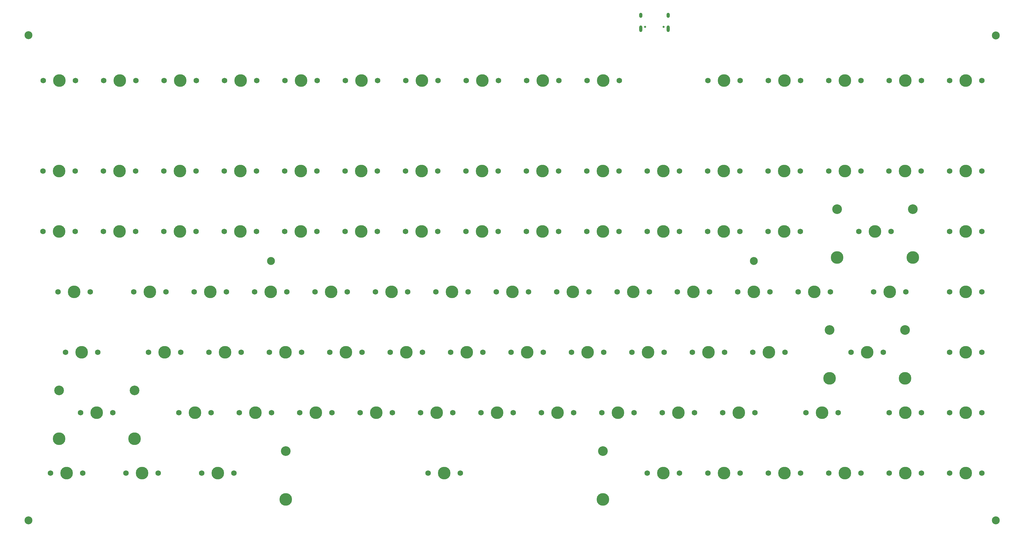
<source format=gts>
G04 #@! TF.GenerationSoftware,KiCad,Pcbnew,(5.1.9-0-10_14)*
G04 #@! TF.CreationDate,2021-05-12T14:40:02+09:00*
G04 #@! TF.ProjectId,JupiterAdvanced,4a757069-7465-4724-9164-76616e636564,1*
G04 #@! TF.SameCoordinates,Original*
G04 #@! TF.FileFunction,Soldermask,Top*
G04 #@! TF.FilePolarity,Negative*
%FSLAX46Y46*%
G04 Gerber Fmt 4.6, Leading zero omitted, Abs format (unit mm)*
G04 Created by KiCad (PCBNEW (5.1.9-0-10_14)) date 2021-05-12 14:40:02*
%MOMM*%
%LPD*%
G01*
G04 APERTURE LIST*
%ADD10C,2.500000*%
%ADD11C,1.750000*%
%ADD12C,3.987800*%
%ADD13O,1.000000X1.600000*%
%ADD14O,1.000000X2.100000*%
%ADD15C,0.650000*%
%ADD16C,3.048000*%
G04 APERTURE END LIST*
D10*
X294020000Y-157761000D03*
X141778000Y-157761000D03*
X65325000Y-239475000D03*
X370325000Y-239475000D03*
X370325000Y-86618000D03*
X65325000Y-86518000D03*
D11*
X341969320Y-167449620D03*
X331809320Y-167449620D03*
D12*
X336889320Y-167449620D03*
D11*
X365896120Y-100798820D03*
X355736120Y-100798820D03*
D12*
X360816120Y-100798820D03*
D13*
X267005000Y-80275000D03*
X258365000Y-80275000D03*
D14*
X267005000Y-84455000D03*
X258365000Y-84455000D03*
D15*
X259795000Y-83925000D03*
X265575000Y-83925000D03*
D11*
X80082620Y-148386920D03*
X69922620Y-148386920D03*
D12*
X75002620Y-148386920D03*
D11*
X84845120Y-167449620D03*
X74685120Y-167449620D03*
D12*
X79765120Y-167449620D03*
X246465547Y-232864227D03*
X146465747Y-232864227D03*
D16*
X246465547Y-217624227D03*
X146465747Y-217624227D03*
D11*
X201545647Y-224609227D03*
X191385647Y-224609227D03*
D12*
X196465647Y-224609227D03*
D11*
X320646020Y-205549620D03*
X310486020Y-205549620D03*
D12*
X315566020Y-205549620D03*
D11*
X308771520Y-224599620D03*
X298611520Y-224599620D03*
D12*
X303691520Y-224599620D03*
D11*
X318169520Y-167449620D03*
X308009520Y-167449620D03*
D12*
X313089520Y-167449620D03*
D11*
X270600380Y-224599620D03*
X260440380Y-224599620D03*
D12*
X265520380Y-224599620D03*
D11*
X303894720Y-186499620D03*
X293734720Y-186499620D03*
D12*
X298814720Y-186499620D03*
D11*
X294420520Y-205549620D03*
X284260520Y-205549620D03*
D12*
X289340520Y-205549620D03*
D11*
X327821520Y-129349620D03*
X317661520Y-129349620D03*
D12*
X322741520Y-129349620D03*
D11*
X308720720Y-148399620D03*
X298560720Y-148399620D03*
D12*
X303640720Y-148399620D03*
D11*
X365921520Y-167449620D03*
X355761520Y-167449620D03*
D12*
X360841520Y-167449620D03*
D11*
X365921520Y-186499620D03*
X355761520Y-186499620D03*
D12*
X360841520Y-186499620D03*
D11*
X346820720Y-129349620D03*
X336660720Y-129349620D03*
D12*
X341740720Y-129349620D03*
D11*
X122970520Y-205549620D03*
X112810520Y-205549620D03*
D12*
X117890520Y-205549620D03*
D11*
X203920320Y-167449620D03*
X193760320Y-167449620D03*
D12*
X198840320Y-167449620D03*
D11*
X142020520Y-205549620D03*
X131860520Y-205549620D03*
D12*
X136940520Y-205549620D03*
D11*
X127720320Y-167449620D03*
X117560320Y-167449620D03*
D12*
X122640320Y-167449620D03*
D11*
X180120520Y-205549620D03*
X169960520Y-205549620D03*
D12*
X175040520Y-205549620D03*
D11*
X222970320Y-167449620D03*
X212810320Y-167449620D03*
D12*
X217890320Y-167449620D03*
D11*
X184870320Y-167449620D03*
X174710320Y-167449620D03*
D12*
X179790320Y-167449620D03*
D11*
X346846120Y-100798820D03*
X336686120Y-100798820D03*
D12*
X341766120Y-100798820D03*
D11*
X327796120Y-100798820D03*
X317636120Y-100798820D03*
D12*
X322716120Y-100798820D03*
D11*
X308746120Y-100798820D03*
X298586120Y-100798820D03*
D12*
X303666120Y-100798820D03*
D11*
X289755320Y-100798820D03*
X279595320Y-100798820D03*
D12*
X284675320Y-100798820D03*
D11*
X251596120Y-100798820D03*
X241436120Y-100798820D03*
D12*
X246516120Y-100798820D03*
D11*
X232546120Y-100798820D03*
X222386120Y-100798820D03*
D12*
X227466120Y-100798820D03*
D11*
X213496120Y-100798820D03*
X203336120Y-100798820D03*
D12*
X208416120Y-100798820D03*
D11*
X194446120Y-100798820D03*
X184286120Y-100798820D03*
D12*
X189366120Y-100798820D03*
D11*
X175396120Y-100798820D03*
X165236120Y-100798820D03*
D12*
X170316120Y-100798820D03*
D11*
X156346120Y-100798820D03*
X146186120Y-100798820D03*
D12*
X151266120Y-100798820D03*
D11*
X137296120Y-100798820D03*
X127136120Y-100798820D03*
D12*
X132216120Y-100798820D03*
D11*
X118246120Y-100798820D03*
X108086120Y-100798820D03*
D12*
X113166120Y-100798820D03*
D11*
X99196120Y-100798820D03*
X89036120Y-100798820D03*
D12*
X94116120Y-100798820D03*
D11*
X80146120Y-100798820D03*
X69986120Y-100798820D03*
D12*
X75066120Y-100798820D03*
D11*
X132393920Y-186499620D03*
X122233920Y-186499620D03*
D12*
X127313920Y-186499620D03*
D11*
X165820320Y-167449620D03*
X155660320Y-167449620D03*
D12*
X160740320Y-167449620D03*
D11*
X108670320Y-167449620D03*
X98510320Y-167449620D03*
D12*
X103590320Y-167449620D03*
D11*
X280069520Y-167449620D03*
X269909520Y-167449620D03*
D12*
X274989520Y-167449620D03*
D11*
X261070320Y-167449620D03*
X250910320Y-167449620D03*
D12*
X255990320Y-167449620D03*
D11*
X218220520Y-205549620D03*
X208060520Y-205549620D03*
D12*
X213140520Y-205549620D03*
D11*
X237270520Y-205549620D03*
X227110520Y-205549620D03*
D12*
X232190520Y-205549620D03*
D11*
X265794720Y-186499620D03*
X255634720Y-186499620D03*
D12*
X260714720Y-186499620D03*
D11*
X246744720Y-186499620D03*
X236584720Y-186499620D03*
D12*
X241664720Y-186499620D03*
D11*
X227694720Y-186499620D03*
X217534720Y-186499620D03*
D12*
X222614720Y-186499620D03*
D11*
X242020320Y-167449620D03*
X231860320Y-167449620D03*
D12*
X236940320Y-167449620D03*
D11*
X208644720Y-186499620D03*
X198484720Y-186499620D03*
D12*
X203564720Y-186499620D03*
D11*
X189594720Y-186499620D03*
X179434720Y-186499620D03*
D12*
X184514720Y-186499620D03*
D11*
X289670720Y-129349620D03*
X279510720Y-129349620D03*
D12*
X284590720Y-129349620D03*
D11*
X170544720Y-186499620D03*
X160384720Y-186499620D03*
D12*
X165464720Y-186499620D03*
D11*
X146770320Y-167449620D03*
X136610320Y-167449620D03*
D12*
X141690320Y-167449620D03*
D11*
X151494720Y-186499620D03*
X141334720Y-186499620D03*
D12*
X146414720Y-186499620D03*
D11*
X161070520Y-205549620D03*
X150910520Y-205549620D03*
D12*
X155990520Y-205549620D03*
D11*
X199170520Y-205549620D03*
X189010520Y-205549620D03*
D12*
X194090520Y-205549620D03*
D11*
X113394720Y-186499620D03*
X103234720Y-186499620D03*
D12*
X108314720Y-186499620D03*
D11*
X251570720Y-148399620D03*
X241410720Y-148399620D03*
D12*
X246490720Y-148399620D03*
D11*
X232520720Y-148399620D03*
X222360720Y-148399620D03*
D12*
X227440720Y-148399620D03*
D11*
X213470720Y-148399620D03*
X203310720Y-148399620D03*
D12*
X208390720Y-148399620D03*
D11*
X194420720Y-148399620D03*
X184260720Y-148399620D03*
D12*
X189340720Y-148399620D03*
D11*
X175370720Y-148399620D03*
X165210720Y-148399620D03*
D12*
X170290720Y-148399620D03*
D11*
X156320720Y-148399620D03*
X146160720Y-148399620D03*
D12*
X151240720Y-148399620D03*
D11*
X137270720Y-148399620D03*
X127110720Y-148399620D03*
D12*
X132190720Y-148399620D03*
D11*
X118220720Y-148399620D03*
X108060720Y-148399620D03*
D12*
X113140720Y-148399620D03*
D11*
X99119920Y-148399620D03*
X88959920Y-148399620D03*
D12*
X94039920Y-148399620D03*
D11*
X270620720Y-148399620D03*
X260460720Y-148399620D03*
D12*
X265540720Y-148399620D03*
D11*
X256320520Y-205549620D03*
X246160520Y-205549620D03*
D12*
X251240520Y-205549620D03*
X98808770Y-213804620D03*
X74996270Y-213804620D03*
D16*
X98808770Y-198564620D03*
X74996270Y-198564620D03*
D11*
X91982520Y-205549620D03*
X81822520Y-205549620D03*
D12*
X86902520Y-205549620D03*
D11*
X106289524Y-224599620D03*
X96129524Y-224599620D03*
D12*
X101209524Y-224599620D03*
D11*
X82457520Y-224599620D03*
X72297520Y-224599620D03*
D12*
X77377520Y-224599620D03*
D11*
X299119520Y-167449620D03*
X288959520Y-167449620D03*
D12*
X294039520Y-167449620D03*
D11*
X130097128Y-224609227D03*
X119937128Y-224609227D03*
D12*
X125017128Y-224609227D03*
D11*
X289670720Y-148399620D03*
X279510720Y-148399620D03*
D12*
X284590720Y-148399620D03*
D11*
X365921520Y-148399620D03*
X355761520Y-148399620D03*
D12*
X360841520Y-148399620D03*
X270290520Y-205549620D03*
D11*
X265210520Y-205549620D03*
X275370520Y-205549620D03*
X289721520Y-224599620D03*
X279561520Y-224599620D03*
D12*
X284641520Y-224599620D03*
D11*
X308720720Y-129349620D03*
X298560720Y-129349620D03*
D12*
X303640720Y-129349620D03*
D11*
X270620720Y-129349620D03*
X260460720Y-129349620D03*
D12*
X265540720Y-129349620D03*
D11*
X251570720Y-129349620D03*
X241410720Y-129349620D03*
D12*
X246490720Y-129349620D03*
D11*
X232520720Y-129349620D03*
X222360720Y-129349620D03*
D12*
X227440720Y-129349620D03*
D11*
X213470720Y-129349620D03*
X203310720Y-129349620D03*
D12*
X208390720Y-129349620D03*
D11*
X194420720Y-129349620D03*
X184260720Y-129349620D03*
D12*
X189340720Y-129349620D03*
D11*
X175370720Y-129349620D03*
X165210720Y-129349620D03*
D12*
X170290720Y-129349620D03*
D11*
X156320720Y-129349620D03*
X146160720Y-129349620D03*
D12*
X151240720Y-129349620D03*
D11*
X137270720Y-129349620D03*
X127110720Y-129349620D03*
D12*
X132190720Y-129349620D03*
D11*
X118169920Y-129349620D03*
X108009920Y-129349620D03*
D12*
X113089920Y-129349620D03*
D11*
X99119920Y-129349620D03*
X88959920Y-129349620D03*
D12*
X94039920Y-129349620D03*
D11*
X80069920Y-129349620D03*
X69909920Y-129349620D03*
D12*
X74989920Y-129349620D03*
X341708970Y-194754620D03*
X317896470Y-194754620D03*
D16*
X341708970Y-179514620D03*
X317896470Y-179514620D03*
D11*
X334882720Y-186499620D03*
X324722720Y-186499620D03*
D12*
X329802720Y-186499620D03*
D11*
X365921520Y-205549620D03*
X355761520Y-205549620D03*
D12*
X360841520Y-205549620D03*
D11*
X365921520Y-129349620D03*
X355761520Y-129349620D03*
D12*
X360841520Y-129349620D03*
D11*
X87220020Y-186499620D03*
X77060020Y-186499620D03*
D12*
X82140020Y-186499620D03*
D11*
X284844720Y-186499620D03*
X274684720Y-186499620D03*
D12*
X279764720Y-186499620D03*
X344147370Y-156654620D03*
X320334870Y-156654620D03*
D16*
X344147370Y-141414620D03*
X320334870Y-141414620D03*
D11*
X337321120Y-148399620D03*
X327161120Y-148399620D03*
D12*
X332241120Y-148399620D03*
D11*
X346871520Y-205549620D03*
X336711520Y-205549620D03*
D12*
X341791520Y-205549620D03*
D11*
X365921520Y-224599620D03*
X355761520Y-224599620D03*
D12*
X360841520Y-224599620D03*
D11*
X327821520Y-224599620D03*
X317661520Y-224599620D03*
D12*
X322741520Y-224599620D03*
D11*
X346871520Y-224599620D03*
X336711520Y-224599620D03*
D12*
X341791520Y-224599620D03*
M02*

</source>
